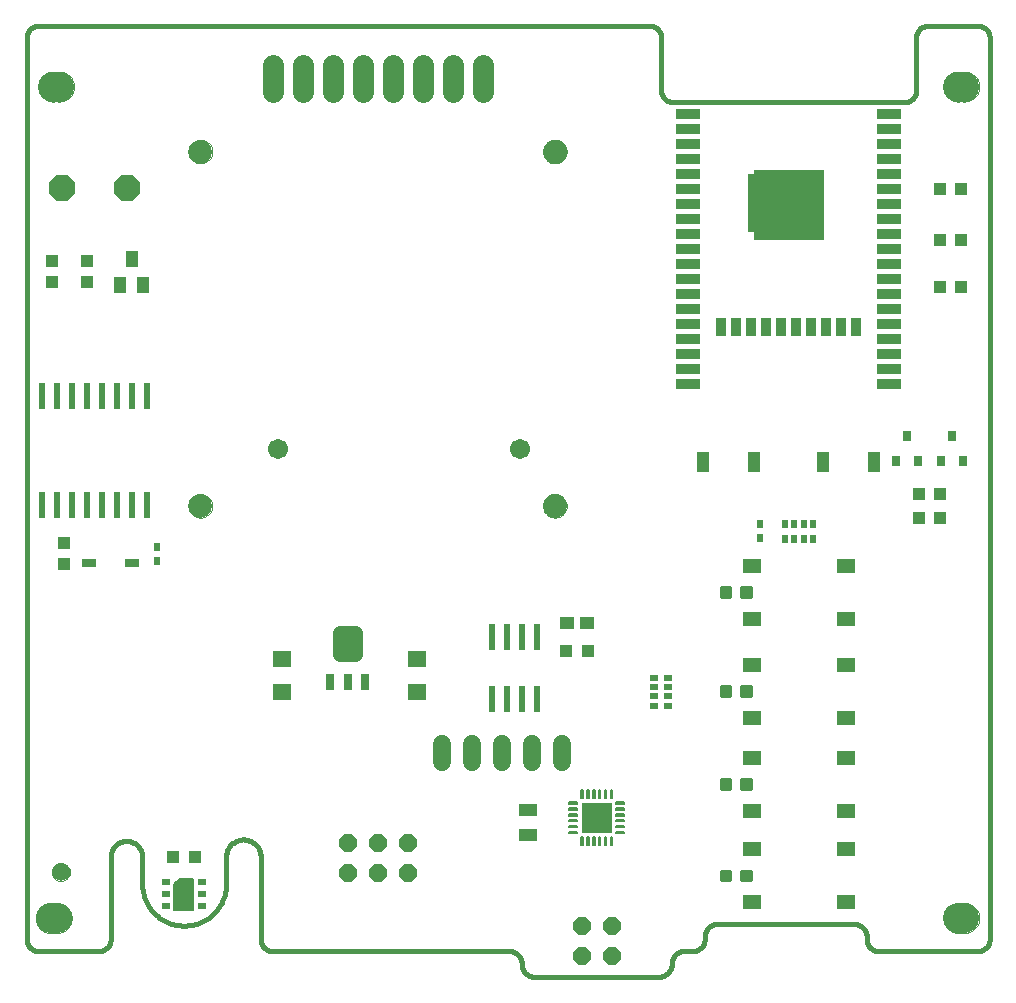
<source format=gts>
G75*
G70*
%OFA0B0*%
%FSLAX24Y24*%
%IPPOS*%
%LPD*%
%AMOC8*
5,1,8,0,0,1.08239X$1,22.5*
%
%ADD10C,0.0000*%
%ADD11C,0.1000*%
%ADD12C,0.0600*%
%ADD13C,0.0160*%
%ADD14R,0.0591X0.0354*%
%ADD15R,0.0354X0.0591*%
%ADD16R,0.2362X0.2362*%
%ADD17C,0.0118*%
%ADD18R,0.0610X0.0512*%
%ADD19R,0.0787X0.0354*%
%ADD20R,0.1969X0.1969*%
%ADD21C,0.0055*%
%ADD22R,0.0984X0.0984*%
%ADD23R,0.0630X0.0433*%
%ADD24R,0.0315X0.0354*%
%ADD25R,0.0394X0.0433*%
%ADD26R,0.0236X0.0866*%
%ADD27R,0.0472X0.0276*%
%ADD28R,0.0433X0.0394*%
%ADD29R,0.0197X0.0276*%
%ADD30C,0.0675*%
%ADD31C,0.0600*%
%ADD32R,0.0400X0.0700*%
%ADD33R,0.0315X0.0197*%
%ADD34R,0.0079X0.0079*%
%ADD35C,0.0050*%
%ADD36R,0.0256X0.0197*%
%ADD37R,0.0197X0.0256*%
%ADD38C,0.0787*%
%ADD39C,0.0700*%
%ADD40R,0.0240X0.0870*%
%ADD41R,0.0394X0.0551*%
%ADD42OC8,0.0850*%
%ADD43R,0.0453X0.0433*%
%ADD44R,0.0630X0.0551*%
%ADD45OC8,0.0600*%
%ADD46R,0.0315X0.0551*%
%ADD47C,0.0500*%
D10*
X001696Y002796D02*
X001698Y002840D01*
X001704Y002884D01*
X001714Y002927D01*
X001727Y002969D01*
X001744Y003010D01*
X001765Y003049D01*
X001789Y003086D01*
X001816Y003121D01*
X001846Y003153D01*
X001879Y003183D01*
X001915Y003209D01*
X001952Y003233D01*
X001992Y003252D01*
X002033Y003269D01*
X002076Y003281D01*
X002119Y003290D01*
X002163Y003295D01*
X002207Y003296D01*
X002251Y003293D01*
X002295Y003286D01*
X002338Y003275D01*
X002380Y003261D01*
X002420Y003243D01*
X002459Y003221D01*
X002495Y003197D01*
X002529Y003169D01*
X002561Y003138D01*
X002590Y003104D01*
X002616Y003068D01*
X002638Y003030D01*
X002657Y002990D01*
X002672Y002948D01*
X002684Y002906D01*
X002692Y002862D01*
X002696Y002818D01*
X002696Y002774D01*
X002692Y002730D01*
X002684Y002686D01*
X002672Y002644D01*
X002657Y002602D01*
X002638Y002562D01*
X002616Y002524D01*
X002590Y002488D01*
X002561Y002454D01*
X002529Y002423D01*
X002495Y002395D01*
X002459Y002371D01*
X002420Y002349D01*
X002380Y002331D01*
X002338Y002317D01*
X002295Y002306D01*
X002251Y002299D01*
X002207Y002296D01*
X002163Y002297D01*
X002119Y002302D01*
X002076Y002311D01*
X002033Y002323D01*
X001992Y002340D01*
X001952Y002359D01*
X001915Y002383D01*
X001879Y002409D01*
X001846Y002439D01*
X001816Y002471D01*
X001789Y002506D01*
X001765Y002543D01*
X001744Y002582D01*
X001727Y002623D01*
X001714Y002665D01*
X001704Y002708D01*
X001698Y002752D01*
X001696Y002796D01*
X001896Y002796D02*
X001898Y002840D01*
X001904Y002884D01*
X001914Y002927D01*
X001927Y002969D01*
X001944Y003010D01*
X001965Y003049D01*
X001989Y003086D01*
X002016Y003121D01*
X002046Y003153D01*
X002079Y003183D01*
X002115Y003209D01*
X002152Y003233D01*
X002192Y003252D01*
X002233Y003269D01*
X002276Y003281D01*
X002319Y003290D01*
X002363Y003295D01*
X002407Y003296D01*
X002451Y003293D01*
X002495Y003286D01*
X002538Y003275D01*
X002580Y003261D01*
X002620Y003243D01*
X002659Y003221D01*
X002695Y003197D01*
X002729Y003169D01*
X002761Y003138D01*
X002790Y003104D01*
X002816Y003068D01*
X002838Y003030D01*
X002857Y002990D01*
X002872Y002948D01*
X002884Y002906D01*
X002892Y002862D01*
X002896Y002818D01*
X002896Y002774D01*
X002892Y002730D01*
X002884Y002686D01*
X002872Y002644D01*
X002857Y002602D01*
X002838Y002562D01*
X002816Y002524D01*
X002790Y002488D01*
X002761Y002454D01*
X002729Y002423D01*
X002695Y002395D01*
X002659Y002371D01*
X002620Y002349D01*
X002580Y002331D01*
X002538Y002317D01*
X002495Y002306D01*
X002451Y002299D01*
X002407Y002296D01*
X002363Y002297D01*
X002319Y002302D01*
X002276Y002311D01*
X002233Y002323D01*
X002192Y002340D01*
X002152Y002359D01*
X002115Y002383D01*
X002079Y002409D01*
X002046Y002439D01*
X002016Y002471D01*
X001989Y002506D01*
X001965Y002543D01*
X001944Y002582D01*
X001927Y002623D01*
X001914Y002665D01*
X001904Y002708D01*
X001898Y002752D01*
X001896Y002796D01*
X002232Y004331D02*
X002234Y004365D01*
X002240Y004399D01*
X002249Y004432D01*
X002263Y004463D01*
X002280Y004493D01*
X002300Y004521D01*
X002323Y004546D01*
X002349Y004569D01*
X002377Y004588D01*
X002407Y004604D01*
X002439Y004616D01*
X002472Y004625D01*
X002506Y004630D01*
X002541Y004631D01*
X002575Y004628D01*
X002608Y004621D01*
X002641Y004611D01*
X002672Y004596D01*
X002701Y004579D01*
X002728Y004558D01*
X002753Y004534D01*
X002775Y004507D01*
X002793Y004479D01*
X002808Y004448D01*
X002820Y004416D01*
X002828Y004382D01*
X002832Y004348D01*
X002832Y004314D01*
X002828Y004280D01*
X002820Y004246D01*
X002808Y004214D01*
X002793Y004183D01*
X002775Y004155D01*
X002753Y004128D01*
X002728Y004104D01*
X002701Y004083D01*
X002672Y004066D01*
X002641Y004051D01*
X002608Y004041D01*
X002575Y004034D01*
X002541Y004031D01*
X002506Y004032D01*
X002472Y004037D01*
X002439Y004046D01*
X002407Y004058D01*
X002377Y004074D01*
X002349Y004093D01*
X002323Y004116D01*
X002300Y004141D01*
X002280Y004169D01*
X002263Y004199D01*
X002249Y004230D01*
X002240Y004263D01*
X002234Y004297D01*
X002232Y004331D01*
X006792Y016535D02*
X006794Y016574D01*
X006800Y016613D01*
X006810Y016651D01*
X006823Y016688D01*
X006840Y016723D01*
X006860Y016757D01*
X006884Y016788D01*
X006911Y016817D01*
X006940Y016843D01*
X006972Y016866D01*
X007006Y016886D01*
X007042Y016902D01*
X007079Y016914D01*
X007118Y016923D01*
X007157Y016928D01*
X007196Y016929D01*
X007235Y016926D01*
X007274Y016919D01*
X007311Y016908D01*
X007348Y016894D01*
X007383Y016876D01*
X007416Y016855D01*
X007447Y016830D01*
X007475Y016803D01*
X007500Y016773D01*
X007522Y016740D01*
X007541Y016706D01*
X007556Y016670D01*
X007568Y016632D01*
X007576Y016594D01*
X007580Y016555D01*
X007580Y016515D01*
X007576Y016476D01*
X007568Y016438D01*
X007556Y016400D01*
X007541Y016364D01*
X007522Y016330D01*
X007500Y016297D01*
X007475Y016267D01*
X007447Y016240D01*
X007416Y016215D01*
X007383Y016194D01*
X007348Y016176D01*
X007311Y016162D01*
X007274Y016151D01*
X007235Y016144D01*
X007196Y016141D01*
X007157Y016142D01*
X007118Y016147D01*
X007079Y016156D01*
X007042Y016168D01*
X007006Y016184D01*
X006972Y016204D01*
X006940Y016227D01*
X006911Y016253D01*
X006884Y016282D01*
X006860Y016313D01*
X006840Y016347D01*
X006823Y016382D01*
X006810Y016419D01*
X006800Y016457D01*
X006794Y016496D01*
X006792Y016535D01*
X006792Y028346D02*
X006794Y028385D01*
X006800Y028424D01*
X006810Y028462D01*
X006823Y028499D01*
X006840Y028534D01*
X006860Y028568D01*
X006884Y028599D01*
X006911Y028628D01*
X006940Y028654D01*
X006972Y028677D01*
X007006Y028697D01*
X007042Y028713D01*
X007079Y028725D01*
X007118Y028734D01*
X007157Y028739D01*
X007196Y028740D01*
X007235Y028737D01*
X007274Y028730D01*
X007311Y028719D01*
X007348Y028705D01*
X007383Y028687D01*
X007416Y028666D01*
X007447Y028641D01*
X007475Y028614D01*
X007500Y028584D01*
X007522Y028551D01*
X007541Y028517D01*
X007556Y028481D01*
X007568Y028443D01*
X007576Y028405D01*
X007580Y028366D01*
X007580Y028326D01*
X007576Y028287D01*
X007568Y028249D01*
X007556Y028211D01*
X007541Y028175D01*
X007522Y028141D01*
X007500Y028108D01*
X007475Y028078D01*
X007447Y028051D01*
X007416Y028026D01*
X007383Y028005D01*
X007348Y027987D01*
X007311Y027973D01*
X007274Y027962D01*
X007235Y027955D01*
X007196Y027952D01*
X007157Y027953D01*
X007118Y027958D01*
X007079Y027967D01*
X007042Y027979D01*
X007006Y027995D01*
X006972Y028015D01*
X006940Y028038D01*
X006911Y028064D01*
X006884Y028093D01*
X006860Y028124D01*
X006840Y028158D01*
X006823Y028193D01*
X006810Y028230D01*
X006800Y028268D01*
X006794Y028307D01*
X006792Y028346D01*
X001974Y030512D02*
X001976Y030556D01*
X001982Y030600D01*
X001992Y030643D01*
X002005Y030685D01*
X002022Y030726D01*
X002043Y030765D01*
X002067Y030802D01*
X002094Y030837D01*
X002124Y030869D01*
X002157Y030899D01*
X002193Y030925D01*
X002230Y030949D01*
X002270Y030968D01*
X002311Y030985D01*
X002354Y030997D01*
X002397Y031006D01*
X002441Y031011D01*
X002485Y031012D01*
X002529Y031009D01*
X002573Y031002D01*
X002616Y030991D01*
X002658Y030977D01*
X002698Y030959D01*
X002737Y030937D01*
X002773Y030913D01*
X002807Y030885D01*
X002839Y030854D01*
X002868Y030820D01*
X002894Y030784D01*
X002916Y030746D01*
X002935Y030706D01*
X002950Y030664D01*
X002962Y030622D01*
X002970Y030578D01*
X002974Y030534D01*
X002974Y030490D01*
X002970Y030446D01*
X002962Y030402D01*
X002950Y030360D01*
X002935Y030318D01*
X002916Y030278D01*
X002894Y030240D01*
X002868Y030204D01*
X002839Y030170D01*
X002807Y030139D01*
X002773Y030111D01*
X002737Y030087D01*
X002698Y030065D01*
X002658Y030047D01*
X002616Y030033D01*
X002573Y030022D01*
X002529Y030015D01*
X002485Y030012D01*
X002441Y030013D01*
X002397Y030018D01*
X002354Y030027D01*
X002311Y030039D01*
X002270Y030056D01*
X002230Y030075D01*
X002193Y030099D01*
X002157Y030125D01*
X002124Y030155D01*
X002094Y030187D01*
X002067Y030222D01*
X002043Y030259D01*
X002022Y030298D01*
X002005Y030339D01*
X001992Y030381D01*
X001982Y030424D01*
X001976Y030468D01*
X001974Y030512D01*
X001774Y030512D02*
X001776Y030556D01*
X001782Y030600D01*
X001792Y030643D01*
X001805Y030685D01*
X001822Y030726D01*
X001843Y030765D01*
X001867Y030802D01*
X001894Y030837D01*
X001924Y030869D01*
X001957Y030899D01*
X001993Y030925D01*
X002030Y030949D01*
X002070Y030968D01*
X002111Y030985D01*
X002154Y030997D01*
X002197Y031006D01*
X002241Y031011D01*
X002285Y031012D01*
X002329Y031009D01*
X002373Y031002D01*
X002416Y030991D01*
X002458Y030977D01*
X002498Y030959D01*
X002537Y030937D01*
X002573Y030913D01*
X002607Y030885D01*
X002639Y030854D01*
X002668Y030820D01*
X002694Y030784D01*
X002716Y030746D01*
X002735Y030706D01*
X002750Y030664D01*
X002762Y030622D01*
X002770Y030578D01*
X002774Y030534D01*
X002774Y030490D01*
X002770Y030446D01*
X002762Y030402D01*
X002750Y030360D01*
X002735Y030318D01*
X002716Y030278D01*
X002694Y030240D01*
X002668Y030204D01*
X002639Y030170D01*
X002607Y030139D01*
X002573Y030111D01*
X002537Y030087D01*
X002498Y030065D01*
X002458Y030047D01*
X002416Y030033D01*
X002373Y030022D01*
X002329Y030015D01*
X002285Y030012D01*
X002241Y030013D01*
X002197Y030018D01*
X002154Y030027D01*
X002111Y030039D01*
X002070Y030056D01*
X002030Y030075D01*
X001993Y030099D01*
X001957Y030125D01*
X001924Y030155D01*
X001894Y030187D01*
X001867Y030222D01*
X001843Y030259D01*
X001822Y030298D01*
X001805Y030339D01*
X001792Y030381D01*
X001782Y030424D01*
X001776Y030468D01*
X001774Y030512D01*
X018603Y028346D02*
X018605Y028385D01*
X018611Y028424D01*
X018621Y028462D01*
X018634Y028499D01*
X018651Y028534D01*
X018671Y028568D01*
X018695Y028599D01*
X018722Y028628D01*
X018751Y028654D01*
X018783Y028677D01*
X018817Y028697D01*
X018853Y028713D01*
X018890Y028725D01*
X018929Y028734D01*
X018968Y028739D01*
X019007Y028740D01*
X019046Y028737D01*
X019085Y028730D01*
X019122Y028719D01*
X019159Y028705D01*
X019194Y028687D01*
X019227Y028666D01*
X019258Y028641D01*
X019286Y028614D01*
X019311Y028584D01*
X019333Y028551D01*
X019352Y028517D01*
X019367Y028481D01*
X019379Y028443D01*
X019387Y028405D01*
X019391Y028366D01*
X019391Y028326D01*
X019387Y028287D01*
X019379Y028249D01*
X019367Y028211D01*
X019352Y028175D01*
X019333Y028141D01*
X019311Y028108D01*
X019286Y028078D01*
X019258Y028051D01*
X019227Y028026D01*
X019194Y028005D01*
X019159Y027987D01*
X019122Y027973D01*
X019085Y027962D01*
X019046Y027955D01*
X019007Y027952D01*
X018968Y027953D01*
X018929Y027958D01*
X018890Y027967D01*
X018853Y027979D01*
X018817Y027995D01*
X018783Y028015D01*
X018751Y028038D01*
X018722Y028064D01*
X018695Y028093D01*
X018671Y028124D01*
X018651Y028158D01*
X018634Y028193D01*
X018621Y028230D01*
X018611Y028268D01*
X018605Y028307D01*
X018603Y028346D01*
X018603Y016535D02*
X018605Y016574D01*
X018611Y016613D01*
X018621Y016651D01*
X018634Y016688D01*
X018651Y016723D01*
X018671Y016757D01*
X018695Y016788D01*
X018722Y016817D01*
X018751Y016843D01*
X018783Y016866D01*
X018817Y016886D01*
X018853Y016902D01*
X018890Y016914D01*
X018929Y016923D01*
X018968Y016928D01*
X019007Y016929D01*
X019046Y016926D01*
X019085Y016919D01*
X019122Y016908D01*
X019159Y016894D01*
X019194Y016876D01*
X019227Y016855D01*
X019258Y016830D01*
X019286Y016803D01*
X019311Y016773D01*
X019333Y016740D01*
X019352Y016706D01*
X019367Y016670D01*
X019379Y016632D01*
X019387Y016594D01*
X019391Y016555D01*
X019391Y016515D01*
X019387Y016476D01*
X019379Y016438D01*
X019367Y016400D01*
X019352Y016364D01*
X019333Y016330D01*
X019311Y016297D01*
X019286Y016267D01*
X019258Y016240D01*
X019227Y016215D01*
X019194Y016194D01*
X019159Y016176D01*
X019122Y016162D01*
X019085Y016151D01*
X019046Y016144D01*
X019007Y016141D01*
X018968Y016142D01*
X018929Y016147D01*
X018890Y016156D01*
X018853Y016168D01*
X018817Y016184D01*
X018783Y016204D01*
X018751Y016227D01*
X018722Y016253D01*
X018695Y016282D01*
X018671Y016313D01*
X018651Y016347D01*
X018634Y016382D01*
X018621Y016419D01*
X018611Y016457D01*
X018605Y016496D01*
X018603Y016535D01*
X031953Y002796D02*
X031955Y002840D01*
X031961Y002884D01*
X031971Y002927D01*
X031984Y002969D01*
X032001Y003010D01*
X032022Y003049D01*
X032046Y003086D01*
X032073Y003121D01*
X032103Y003153D01*
X032136Y003183D01*
X032172Y003209D01*
X032209Y003233D01*
X032249Y003252D01*
X032290Y003269D01*
X032333Y003281D01*
X032376Y003290D01*
X032420Y003295D01*
X032464Y003296D01*
X032508Y003293D01*
X032552Y003286D01*
X032595Y003275D01*
X032637Y003261D01*
X032677Y003243D01*
X032716Y003221D01*
X032752Y003197D01*
X032786Y003169D01*
X032818Y003138D01*
X032847Y003104D01*
X032873Y003068D01*
X032895Y003030D01*
X032914Y002990D01*
X032929Y002948D01*
X032941Y002906D01*
X032949Y002862D01*
X032953Y002818D01*
X032953Y002774D01*
X032949Y002730D01*
X032941Y002686D01*
X032929Y002644D01*
X032914Y002602D01*
X032895Y002562D01*
X032873Y002524D01*
X032847Y002488D01*
X032818Y002454D01*
X032786Y002423D01*
X032752Y002395D01*
X032716Y002371D01*
X032677Y002349D01*
X032637Y002331D01*
X032595Y002317D01*
X032552Y002306D01*
X032508Y002299D01*
X032464Y002296D01*
X032420Y002297D01*
X032376Y002302D01*
X032333Y002311D01*
X032290Y002323D01*
X032249Y002340D01*
X032209Y002359D01*
X032172Y002383D01*
X032136Y002409D01*
X032103Y002439D01*
X032073Y002471D01*
X032046Y002506D01*
X032022Y002543D01*
X032001Y002582D01*
X031984Y002623D01*
X031971Y002665D01*
X031961Y002708D01*
X031955Y002752D01*
X031953Y002796D01*
X032153Y002796D02*
X032155Y002840D01*
X032161Y002884D01*
X032171Y002927D01*
X032184Y002969D01*
X032201Y003010D01*
X032222Y003049D01*
X032246Y003086D01*
X032273Y003121D01*
X032303Y003153D01*
X032336Y003183D01*
X032372Y003209D01*
X032409Y003233D01*
X032449Y003252D01*
X032490Y003269D01*
X032533Y003281D01*
X032576Y003290D01*
X032620Y003295D01*
X032664Y003296D01*
X032708Y003293D01*
X032752Y003286D01*
X032795Y003275D01*
X032837Y003261D01*
X032877Y003243D01*
X032916Y003221D01*
X032952Y003197D01*
X032986Y003169D01*
X033018Y003138D01*
X033047Y003104D01*
X033073Y003068D01*
X033095Y003030D01*
X033114Y002990D01*
X033129Y002948D01*
X033141Y002906D01*
X033149Y002862D01*
X033153Y002818D01*
X033153Y002774D01*
X033149Y002730D01*
X033141Y002686D01*
X033129Y002644D01*
X033114Y002602D01*
X033095Y002562D01*
X033073Y002524D01*
X033047Y002488D01*
X033018Y002454D01*
X032986Y002423D01*
X032952Y002395D01*
X032916Y002371D01*
X032877Y002349D01*
X032837Y002331D01*
X032795Y002317D01*
X032752Y002306D01*
X032708Y002299D01*
X032664Y002296D01*
X032620Y002297D01*
X032576Y002302D01*
X032533Y002311D01*
X032490Y002323D01*
X032449Y002340D01*
X032409Y002359D01*
X032372Y002383D01*
X032336Y002409D01*
X032303Y002439D01*
X032273Y002471D01*
X032246Y002506D01*
X032222Y002543D01*
X032201Y002582D01*
X032184Y002623D01*
X032171Y002665D01*
X032161Y002708D01*
X032155Y002752D01*
X032153Y002796D01*
X031953Y030512D02*
X031955Y030556D01*
X031961Y030600D01*
X031971Y030643D01*
X031984Y030685D01*
X032001Y030726D01*
X032022Y030765D01*
X032046Y030802D01*
X032073Y030837D01*
X032103Y030869D01*
X032136Y030899D01*
X032172Y030925D01*
X032209Y030949D01*
X032249Y030968D01*
X032290Y030985D01*
X032333Y030997D01*
X032376Y031006D01*
X032420Y031011D01*
X032464Y031012D01*
X032508Y031009D01*
X032552Y031002D01*
X032595Y030991D01*
X032637Y030977D01*
X032677Y030959D01*
X032716Y030937D01*
X032752Y030913D01*
X032786Y030885D01*
X032818Y030854D01*
X032847Y030820D01*
X032873Y030784D01*
X032895Y030746D01*
X032914Y030706D01*
X032929Y030664D01*
X032941Y030622D01*
X032949Y030578D01*
X032953Y030534D01*
X032953Y030490D01*
X032949Y030446D01*
X032941Y030402D01*
X032929Y030360D01*
X032914Y030318D01*
X032895Y030278D01*
X032873Y030240D01*
X032847Y030204D01*
X032818Y030170D01*
X032786Y030139D01*
X032752Y030111D01*
X032716Y030087D01*
X032677Y030065D01*
X032637Y030047D01*
X032595Y030033D01*
X032552Y030022D01*
X032508Y030015D01*
X032464Y030012D01*
X032420Y030013D01*
X032376Y030018D01*
X032333Y030027D01*
X032290Y030039D01*
X032249Y030056D01*
X032209Y030075D01*
X032172Y030099D01*
X032136Y030125D01*
X032103Y030155D01*
X032073Y030187D01*
X032046Y030222D01*
X032022Y030259D01*
X032001Y030298D01*
X031984Y030339D01*
X031971Y030381D01*
X031961Y030424D01*
X031955Y030468D01*
X031953Y030512D01*
X032153Y030512D02*
X032155Y030556D01*
X032161Y030600D01*
X032171Y030643D01*
X032184Y030685D01*
X032201Y030726D01*
X032222Y030765D01*
X032246Y030802D01*
X032273Y030837D01*
X032303Y030869D01*
X032336Y030899D01*
X032372Y030925D01*
X032409Y030949D01*
X032449Y030968D01*
X032490Y030985D01*
X032533Y030997D01*
X032576Y031006D01*
X032620Y031011D01*
X032664Y031012D01*
X032708Y031009D01*
X032752Y031002D01*
X032795Y030991D01*
X032837Y030977D01*
X032877Y030959D01*
X032916Y030937D01*
X032952Y030913D01*
X032986Y030885D01*
X033018Y030854D01*
X033047Y030820D01*
X033073Y030784D01*
X033095Y030746D01*
X033114Y030706D01*
X033129Y030664D01*
X033141Y030622D01*
X033149Y030578D01*
X033153Y030534D01*
X033153Y030490D01*
X033149Y030446D01*
X033141Y030402D01*
X033129Y030360D01*
X033114Y030318D01*
X033095Y030278D01*
X033073Y030240D01*
X033047Y030204D01*
X033018Y030170D01*
X032986Y030139D01*
X032952Y030111D01*
X032916Y030087D01*
X032877Y030065D01*
X032837Y030047D01*
X032795Y030033D01*
X032752Y030022D01*
X032708Y030015D01*
X032664Y030012D01*
X032620Y030013D01*
X032576Y030018D01*
X032533Y030027D01*
X032490Y030039D01*
X032449Y030056D01*
X032409Y030075D01*
X032372Y030099D01*
X032336Y030125D01*
X032303Y030155D01*
X032273Y030187D01*
X032246Y030222D01*
X032222Y030259D01*
X032201Y030298D01*
X032184Y030339D01*
X032171Y030381D01*
X032161Y030424D01*
X032155Y030468D01*
X032153Y030512D01*
D11*
X032453Y030512D03*
X032653Y030512D03*
X032653Y002796D03*
X032453Y002796D03*
X002474Y030512D03*
X002274Y030512D03*
X002196Y002796D03*
X002396Y002796D03*
D12*
X002532Y004331D03*
D13*
X001790Y001690D02*
X003790Y001690D01*
X003829Y001692D01*
X003868Y001698D01*
X003906Y001707D01*
X003943Y001720D01*
X003979Y001737D01*
X004012Y001757D01*
X004044Y001781D01*
X004073Y001807D01*
X004099Y001836D01*
X004123Y001868D01*
X004143Y001901D01*
X004160Y001937D01*
X004173Y001974D01*
X004182Y002012D01*
X004188Y002051D01*
X004190Y002090D01*
X004190Y004840D01*
X004192Y004885D01*
X004198Y004929D01*
X004207Y004972D01*
X004220Y005015D01*
X004237Y005056D01*
X004257Y005096D01*
X004280Y005134D01*
X004307Y005170D01*
X004336Y005203D01*
X004368Y005234D01*
X004403Y005262D01*
X004440Y005287D01*
X004479Y005309D01*
X004519Y005327D01*
X004561Y005342D01*
X004604Y005353D01*
X004648Y005361D01*
X004693Y005365D01*
X004737Y005365D01*
X004782Y005361D01*
X004826Y005353D01*
X004869Y005342D01*
X004911Y005327D01*
X004951Y005309D01*
X004990Y005287D01*
X005027Y005262D01*
X005062Y005234D01*
X005094Y005203D01*
X005123Y005170D01*
X005150Y005134D01*
X005173Y005096D01*
X005193Y005056D01*
X005210Y005015D01*
X005223Y004972D01*
X005232Y004929D01*
X005238Y004885D01*
X005240Y004840D01*
X005240Y003940D01*
X005242Y003867D01*
X005248Y003794D01*
X005257Y003721D01*
X005271Y003649D01*
X005288Y003578D01*
X005309Y003507D01*
X005333Y003438D01*
X005361Y003371D01*
X005393Y003304D01*
X005428Y003240D01*
X005466Y003178D01*
X005507Y003117D01*
X005552Y003059D01*
X005600Y003003D01*
X005650Y002950D01*
X005703Y002900D01*
X005759Y002852D01*
X005817Y002807D01*
X005878Y002766D01*
X005940Y002728D01*
X006004Y002693D01*
X006071Y002661D01*
X006138Y002633D01*
X006207Y002609D01*
X006278Y002588D01*
X006349Y002571D01*
X006421Y002557D01*
X006494Y002548D01*
X006567Y002542D01*
X006640Y002540D01*
X006713Y002542D01*
X006786Y002548D01*
X006859Y002557D01*
X006931Y002571D01*
X007002Y002588D01*
X007073Y002609D01*
X007142Y002633D01*
X007209Y002661D01*
X007276Y002693D01*
X007340Y002728D01*
X007402Y002766D01*
X007463Y002807D01*
X007521Y002852D01*
X007577Y002900D01*
X007630Y002950D01*
X007680Y003003D01*
X007728Y003059D01*
X007773Y003117D01*
X007814Y003178D01*
X007852Y003240D01*
X007887Y003304D01*
X007919Y003371D01*
X007947Y003438D01*
X007971Y003507D01*
X007992Y003578D01*
X008009Y003649D01*
X008023Y003721D01*
X008032Y003794D01*
X008038Y003867D01*
X008040Y003940D01*
X008040Y004840D01*
X008042Y004886D01*
X008047Y004932D01*
X008057Y004978D01*
X008070Y005022D01*
X008086Y005065D01*
X008106Y005107D01*
X008129Y005147D01*
X008155Y005185D01*
X008185Y005221D01*
X008217Y005255D01*
X008251Y005285D01*
X008288Y005313D01*
X008327Y005338D01*
X008369Y005359D01*
X008411Y005378D01*
X008455Y005392D01*
X008500Y005403D01*
X008546Y005411D01*
X008592Y005415D01*
X008638Y005415D01*
X008684Y005411D01*
X008730Y005403D01*
X008775Y005392D01*
X008819Y005378D01*
X008861Y005359D01*
X008903Y005338D01*
X008942Y005313D01*
X008979Y005285D01*
X009013Y005255D01*
X009045Y005221D01*
X009075Y005185D01*
X009101Y005147D01*
X009124Y005107D01*
X009144Y005065D01*
X009160Y005022D01*
X009173Y004978D01*
X009183Y004932D01*
X009188Y004886D01*
X009190Y004840D01*
X009190Y002090D01*
X009192Y002051D01*
X009198Y002012D01*
X009207Y001974D01*
X009220Y001937D01*
X009237Y001901D01*
X009257Y001868D01*
X009281Y001836D01*
X009307Y001807D01*
X009336Y001781D01*
X009368Y001757D01*
X009401Y001737D01*
X009437Y001720D01*
X009474Y001707D01*
X009512Y001698D01*
X009551Y001692D01*
X009590Y001690D01*
X017490Y001690D01*
X017529Y001688D01*
X017568Y001682D01*
X017606Y001673D01*
X017643Y001660D01*
X017679Y001643D01*
X017712Y001623D01*
X017744Y001599D01*
X017773Y001573D01*
X017799Y001544D01*
X017823Y001512D01*
X017843Y001479D01*
X017860Y001443D01*
X017873Y001406D01*
X017882Y001368D01*
X017888Y001329D01*
X017890Y001290D01*
X017889Y001251D01*
X017892Y001211D01*
X017899Y001173D01*
X017909Y001135D01*
X017923Y001098D01*
X017940Y001062D01*
X017961Y001029D01*
X017984Y000997D01*
X018010Y000968D01*
X018039Y000941D01*
X018070Y000917D01*
X018103Y000895D01*
X018138Y000877D01*
X018175Y000863D01*
X018212Y000852D01*
X018251Y000844D01*
X018290Y000840D01*
X022490Y000840D01*
X022529Y000844D01*
X022568Y000852D01*
X022605Y000863D01*
X022642Y000877D01*
X022677Y000895D01*
X022710Y000917D01*
X022741Y000941D01*
X022770Y000968D01*
X022796Y000997D01*
X022819Y001029D01*
X022840Y001062D01*
X022857Y001098D01*
X022871Y001135D01*
X022881Y001173D01*
X022888Y001211D01*
X022891Y001251D01*
X022890Y001290D01*
X022892Y001329D01*
X022898Y001368D01*
X022907Y001406D01*
X022920Y001443D01*
X022937Y001479D01*
X022957Y001512D01*
X022981Y001544D01*
X023007Y001573D01*
X023036Y001599D01*
X023068Y001623D01*
X023101Y001643D01*
X023137Y001660D01*
X023174Y001673D01*
X023212Y001682D01*
X023251Y001688D01*
X023290Y001690D01*
X023590Y001690D01*
X023629Y001692D01*
X023668Y001698D01*
X023706Y001707D01*
X023743Y001720D01*
X023779Y001737D01*
X023812Y001757D01*
X023844Y001781D01*
X023873Y001807D01*
X023899Y001836D01*
X023923Y001868D01*
X023943Y001901D01*
X023960Y001937D01*
X023973Y001974D01*
X023982Y002012D01*
X023988Y002051D01*
X023990Y002090D01*
X023990Y002190D01*
X023992Y002229D01*
X023998Y002268D01*
X024007Y002306D01*
X024020Y002343D01*
X024037Y002379D01*
X024057Y002412D01*
X024081Y002444D01*
X024107Y002473D01*
X024136Y002499D01*
X024168Y002523D01*
X024201Y002543D01*
X024237Y002560D01*
X024274Y002573D01*
X024312Y002582D01*
X024351Y002588D01*
X024390Y002590D01*
X028990Y002590D01*
X029029Y002588D01*
X029068Y002582D01*
X029106Y002573D01*
X029143Y002560D01*
X029179Y002543D01*
X029212Y002523D01*
X029244Y002499D01*
X029273Y002473D01*
X029299Y002444D01*
X029323Y002412D01*
X029343Y002379D01*
X029360Y002343D01*
X029373Y002306D01*
X029382Y002268D01*
X029388Y002229D01*
X029390Y002190D01*
X029390Y002090D01*
X029392Y002051D01*
X029398Y002012D01*
X029407Y001974D01*
X029420Y001937D01*
X029437Y001901D01*
X029457Y001868D01*
X029481Y001836D01*
X029507Y001807D01*
X029536Y001781D01*
X029568Y001757D01*
X029601Y001737D01*
X029637Y001720D01*
X029674Y001707D01*
X029712Y001698D01*
X029751Y001692D01*
X029790Y001690D01*
X033090Y001690D01*
X033129Y001692D01*
X033168Y001698D01*
X033206Y001707D01*
X033243Y001720D01*
X033279Y001737D01*
X033312Y001757D01*
X033344Y001781D01*
X033373Y001807D01*
X033399Y001836D01*
X033423Y001868D01*
X033443Y001901D01*
X033460Y001937D01*
X033473Y001974D01*
X033482Y002012D01*
X033488Y002051D01*
X033490Y002090D01*
X033490Y032140D01*
X033488Y032179D01*
X033482Y032218D01*
X033473Y032256D01*
X033460Y032293D01*
X033443Y032329D01*
X033423Y032362D01*
X033399Y032394D01*
X033373Y032423D01*
X033344Y032449D01*
X033312Y032473D01*
X033279Y032493D01*
X033243Y032510D01*
X033206Y032523D01*
X033168Y032532D01*
X033129Y032538D01*
X033090Y032540D01*
X031440Y032540D01*
X031401Y032538D01*
X031362Y032532D01*
X031324Y032523D01*
X031287Y032510D01*
X031251Y032493D01*
X031218Y032473D01*
X031186Y032449D01*
X031157Y032423D01*
X031131Y032394D01*
X031107Y032362D01*
X031087Y032329D01*
X031070Y032293D01*
X031057Y032256D01*
X031048Y032218D01*
X031042Y032179D01*
X031040Y032140D01*
X031040Y030390D01*
X031038Y030351D01*
X031032Y030312D01*
X031023Y030274D01*
X031010Y030237D01*
X030993Y030201D01*
X030973Y030168D01*
X030949Y030136D01*
X030923Y030107D01*
X030894Y030081D01*
X030862Y030057D01*
X030829Y030037D01*
X030793Y030020D01*
X030756Y030007D01*
X030718Y029998D01*
X030679Y029992D01*
X030640Y029990D01*
X022940Y029990D01*
X022901Y029992D01*
X022862Y029998D01*
X022824Y030007D01*
X022787Y030020D01*
X022751Y030037D01*
X022718Y030057D01*
X022686Y030081D01*
X022657Y030107D01*
X022631Y030136D01*
X022607Y030168D01*
X022587Y030201D01*
X022570Y030237D01*
X022557Y030274D01*
X022548Y030312D01*
X022542Y030351D01*
X022540Y030390D01*
X022540Y032140D01*
X022538Y032179D01*
X022532Y032218D01*
X022523Y032256D01*
X022510Y032293D01*
X022493Y032329D01*
X022473Y032362D01*
X022449Y032394D01*
X022423Y032423D01*
X022394Y032449D01*
X022362Y032473D01*
X022329Y032493D01*
X022293Y032510D01*
X022256Y032523D01*
X022218Y032532D01*
X022179Y032538D01*
X022140Y032540D01*
X001790Y032540D01*
X001751Y032538D01*
X001712Y032532D01*
X001674Y032523D01*
X001637Y032510D01*
X001601Y032493D01*
X001568Y032473D01*
X001536Y032449D01*
X001507Y032423D01*
X001481Y032394D01*
X001457Y032362D01*
X001437Y032329D01*
X001420Y032293D01*
X001407Y032256D01*
X001398Y032218D01*
X001392Y032179D01*
X001390Y032140D01*
X001390Y002090D01*
X001392Y002051D01*
X001398Y002012D01*
X001407Y001974D01*
X001420Y001937D01*
X001437Y001901D01*
X001457Y001868D01*
X001481Y001836D01*
X001507Y001807D01*
X001536Y001781D01*
X001568Y001757D01*
X001601Y001737D01*
X001637Y001720D01*
X001674Y001707D01*
X001712Y001698D01*
X001751Y001692D01*
X001790Y001690D01*
D14*
X023547Y023091D03*
X023547Y023591D03*
X023547Y024091D03*
X023547Y024591D03*
X023547Y025091D03*
X023547Y025591D03*
X023547Y026091D03*
X023547Y026591D03*
X023547Y027091D03*
X023547Y027591D03*
X023547Y028091D03*
X023547Y028591D03*
X023547Y029091D03*
X023547Y029591D03*
X030033Y029591D03*
X030033Y029091D03*
X030033Y028591D03*
X030033Y028091D03*
X030033Y027591D03*
X030033Y027091D03*
X030033Y026591D03*
X030033Y026091D03*
X030033Y025591D03*
X030033Y025091D03*
X030033Y024591D03*
X030033Y024091D03*
X030033Y023591D03*
X030033Y023091D03*
D15*
X029040Y022505D03*
X028540Y022505D03*
X028040Y022505D03*
X027540Y022505D03*
X027040Y022505D03*
X026540Y022505D03*
X026040Y022505D03*
X025540Y022505D03*
X025040Y022505D03*
X024540Y022505D03*
D16*
X026790Y026560D03*
D17*
X025247Y013782D02*
X025247Y013506D01*
X025247Y013782D02*
X025523Y013782D01*
X025523Y013506D01*
X025247Y013506D01*
X025247Y013623D02*
X025523Y013623D01*
X025523Y013740D02*
X025247Y013740D01*
X024557Y013782D02*
X024557Y013506D01*
X024557Y013782D02*
X024833Y013782D01*
X024833Y013506D01*
X024557Y013506D01*
X024557Y013623D02*
X024833Y013623D01*
X024833Y013740D02*
X024557Y013740D01*
X024557Y010483D02*
X024557Y010207D01*
X024557Y010483D02*
X024833Y010483D01*
X024833Y010207D01*
X024557Y010207D01*
X024557Y010324D02*
X024833Y010324D01*
X024833Y010441D02*
X024557Y010441D01*
X025247Y010483D02*
X025247Y010207D01*
X025247Y010483D02*
X025523Y010483D01*
X025523Y010207D01*
X025247Y010207D01*
X025247Y010324D02*
X025523Y010324D01*
X025523Y010441D02*
X025247Y010441D01*
X025247Y007389D02*
X025247Y007113D01*
X025247Y007389D02*
X025523Y007389D01*
X025523Y007113D01*
X025247Y007113D01*
X025247Y007230D02*
X025523Y007230D01*
X025523Y007347D02*
X025247Y007347D01*
X024557Y007389D02*
X024557Y007113D01*
X024557Y007389D02*
X024833Y007389D01*
X024833Y007113D01*
X024557Y007113D01*
X024557Y007230D02*
X024833Y007230D01*
X024833Y007347D02*
X024557Y007347D01*
X024557Y004346D02*
X024557Y004070D01*
X024557Y004346D02*
X024833Y004346D01*
X024833Y004070D01*
X024557Y004070D01*
X024557Y004187D02*
X024833Y004187D01*
X024833Y004304D02*
X024557Y004304D01*
X025247Y004346D02*
X025247Y004070D01*
X025247Y004346D02*
X025523Y004346D01*
X025523Y004070D01*
X025247Y004070D01*
X025247Y004187D02*
X025523Y004187D01*
X025523Y004304D02*
X025247Y004304D01*
D18*
X025564Y005094D03*
X025564Y006366D03*
X025564Y008137D03*
X025564Y009459D03*
X025564Y011231D03*
X025564Y012759D03*
X025564Y014530D03*
X028694Y014530D03*
X028694Y012759D03*
X028694Y011231D03*
X028694Y009459D03*
X028694Y008137D03*
X028694Y006366D03*
X028694Y005094D03*
X028694Y003322D03*
X025564Y003322D03*
D19*
X023444Y020592D03*
X023444Y021092D03*
X023444Y021592D03*
X023444Y022092D03*
X023444Y022592D03*
X023444Y023092D03*
X023444Y023592D03*
X023444Y024092D03*
X023444Y024592D03*
X023444Y025092D03*
X023444Y025592D03*
X023444Y026092D03*
X023444Y026592D03*
X023444Y027092D03*
X023444Y027592D03*
X023444Y028092D03*
X023444Y028592D03*
X023444Y029092D03*
X023444Y029592D03*
X030136Y029592D03*
X030136Y029092D03*
X030136Y028592D03*
X030136Y028092D03*
X030136Y027592D03*
X030136Y027092D03*
X030136Y026592D03*
X030136Y026092D03*
X030136Y025592D03*
X030136Y025092D03*
X030136Y024592D03*
X030136Y024092D03*
X030136Y023592D03*
X030136Y023092D03*
X030136Y022592D03*
X030136Y022092D03*
X030136Y021592D03*
X030136Y021092D03*
X030136Y020592D03*
D20*
X026396Y026639D03*
D21*
X020854Y007057D02*
X020854Y006797D01*
X020854Y007057D02*
X020910Y007057D01*
X020910Y006797D01*
X020854Y006797D01*
X020854Y006851D02*
X020910Y006851D01*
X020910Y006905D02*
X020854Y006905D01*
X020854Y006959D02*
X020910Y006959D01*
X020910Y007013D02*
X020854Y007013D01*
X020657Y007057D02*
X020657Y006797D01*
X020657Y007057D02*
X020713Y007057D01*
X020713Y006797D01*
X020657Y006797D01*
X020657Y006851D02*
X020713Y006851D01*
X020713Y006905D02*
X020657Y006905D01*
X020657Y006959D02*
X020713Y006959D01*
X020713Y007013D02*
X020657Y007013D01*
X020460Y007057D02*
X020460Y006797D01*
X020460Y007057D02*
X020516Y007057D01*
X020516Y006797D01*
X020460Y006797D01*
X020460Y006851D02*
X020516Y006851D01*
X020516Y006905D02*
X020460Y006905D01*
X020460Y006959D02*
X020516Y006959D01*
X020516Y007013D02*
X020460Y007013D01*
X020264Y007057D02*
X020264Y006797D01*
X020264Y007057D02*
X020320Y007057D01*
X020320Y006797D01*
X020264Y006797D01*
X020264Y006851D02*
X020320Y006851D01*
X020320Y006905D02*
X020264Y006905D01*
X020264Y006959D02*
X020320Y006959D01*
X020320Y007013D02*
X020264Y007013D01*
X020067Y007057D02*
X020067Y006797D01*
X020067Y007057D02*
X020123Y007057D01*
X020123Y006797D01*
X020067Y006797D01*
X020067Y006851D02*
X020123Y006851D01*
X020123Y006905D02*
X020067Y006905D01*
X020067Y006959D02*
X020123Y006959D01*
X020123Y007013D02*
X020067Y007013D01*
X019870Y007057D02*
X019870Y006797D01*
X019870Y007057D02*
X019926Y007057D01*
X019926Y006797D01*
X019870Y006797D01*
X019870Y006851D02*
X019926Y006851D01*
X019926Y006905D02*
X019870Y006905D01*
X019870Y006959D02*
X019926Y006959D01*
X019926Y007013D02*
X019870Y007013D01*
X019733Y006660D02*
X019473Y006660D01*
X019733Y006660D02*
X019733Y006604D01*
X019473Y006604D01*
X019473Y006660D01*
X019473Y006658D02*
X019733Y006658D01*
X019733Y006463D02*
X019473Y006463D01*
X019733Y006463D02*
X019733Y006407D01*
X019473Y006407D01*
X019473Y006463D01*
X019473Y006461D02*
X019733Y006461D01*
X019733Y006266D02*
X019473Y006266D01*
X019733Y006266D02*
X019733Y006210D01*
X019473Y006210D01*
X019473Y006266D01*
X019473Y006264D02*
X019733Y006264D01*
X019733Y006070D02*
X019473Y006070D01*
X019733Y006070D02*
X019733Y006014D01*
X019473Y006014D01*
X019473Y006070D01*
X019473Y006068D02*
X019733Y006068D01*
X019733Y005873D02*
X019473Y005873D01*
X019733Y005873D02*
X019733Y005817D01*
X019473Y005817D01*
X019473Y005873D01*
X019473Y005871D02*
X019733Y005871D01*
X019733Y005676D02*
X019473Y005676D01*
X019733Y005676D02*
X019733Y005620D01*
X019473Y005620D01*
X019473Y005676D01*
X019473Y005674D02*
X019733Y005674D01*
X019926Y005483D02*
X019926Y005223D01*
X019870Y005223D01*
X019870Y005483D01*
X019926Y005483D01*
X019926Y005277D02*
X019870Y005277D01*
X019870Y005331D02*
X019926Y005331D01*
X019926Y005385D02*
X019870Y005385D01*
X019870Y005439D02*
X019926Y005439D01*
X020123Y005483D02*
X020123Y005223D01*
X020067Y005223D01*
X020067Y005483D01*
X020123Y005483D01*
X020123Y005277D02*
X020067Y005277D01*
X020067Y005331D02*
X020123Y005331D01*
X020123Y005385D02*
X020067Y005385D01*
X020067Y005439D02*
X020123Y005439D01*
X020320Y005483D02*
X020320Y005223D01*
X020264Y005223D01*
X020264Y005483D01*
X020320Y005483D01*
X020320Y005277D02*
X020264Y005277D01*
X020264Y005331D02*
X020320Y005331D01*
X020320Y005385D02*
X020264Y005385D01*
X020264Y005439D02*
X020320Y005439D01*
X020516Y005483D02*
X020516Y005223D01*
X020460Y005223D01*
X020460Y005483D01*
X020516Y005483D01*
X020516Y005277D02*
X020460Y005277D01*
X020460Y005331D02*
X020516Y005331D01*
X020516Y005385D02*
X020460Y005385D01*
X020460Y005439D02*
X020516Y005439D01*
X020713Y005483D02*
X020713Y005223D01*
X020657Y005223D01*
X020657Y005483D01*
X020713Y005483D01*
X020713Y005277D02*
X020657Y005277D01*
X020657Y005331D02*
X020713Y005331D01*
X020713Y005385D02*
X020657Y005385D01*
X020657Y005439D02*
X020713Y005439D01*
X020910Y005483D02*
X020910Y005223D01*
X020854Y005223D01*
X020854Y005483D01*
X020910Y005483D01*
X020910Y005277D02*
X020854Y005277D01*
X020854Y005331D02*
X020910Y005331D01*
X020910Y005385D02*
X020854Y005385D01*
X020854Y005439D02*
X020910Y005439D01*
X021047Y005620D02*
X021307Y005620D01*
X021047Y005620D02*
X021047Y005676D01*
X021307Y005676D01*
X021307Y005620D01*
X021307Y005674D02*
X021047Y005674D01*
X021047Y005817D02*
X021307Y005817D01*
X021047Y005817D02*
X021047Y005873D01*
X021307Y005873D01*
X021307Y005817D01*
X021307Y005871D02*
X021047Y005871D01*
X021047Y006014D02*
X021307Y006014D01*
X021047Y006014D02*
X021047Y006070D01*
X021307Y006070D01*
X021307Y006014D01*
X021307Y006068D02*
X021047Y006068D01*
X021047Y006210D02*
X021307Y006210D01*
X021047Y006210D02*
X021047Y006266D01*
X021307Y006266D01*
X021307Y006210D01*
X021307Y006264D02*
X021047Y006264D01*
X021047Y006407D02*
X021307Y006407D01*
X021047Y006407D02*
X021047Y006463D01*
X021307Y006463D01*
X021307Y006407D01*
X021307Y006461D02*
X021047Y006461D01*
X021047Y006604D02*
X021307Y006604D01*
X021047Y006604D02*
X021047Y006660D01*
X021307Y006660D01*
X021307Y006604D01*
X021307Y006658D02*
X021047Y006658D01*
D22*
X020390Y006140D03*
D23*
X018090Y006403D03*
X018090Y005577D03*
D24*
X030366Y018046D03*
X031114Y018046D03*
X031866Y018046D03*
X032614Y018046D03*
X032240Y018873D03*
X030740Y018873D03*
D25*
X031135Y016940D03*
X031845Y016940D03*
X031845Y016140D03*
X031135Y016140D03*
X031835Y023840D03*
X032545Y023840D03*
X032545Y025390D03*
X031835Y025390D03*
X031835Y027090D03*
X032545Y027090D03*
X020095Y011690D03*
X019385Y011690D03*
X006995Y004840D03*
X006285Y004840D03*
D26*
X005390Y016579D03*
X004890Y016579D03*
X004390Y016579D03*
X003890Y016579D03*
X003390Y016579D03*
X002890Y016579D03*
X002390Y016579D03*
X001890Y016579D03*
X001890Y020201D03*
X002390Y020201D03*
X002890Y020201D03*
X003390Y020201D03*
X003890Y020201D03*
X004390Y020201D03*
X004890Y020201D03*
X005390Y020201D03*
D27*
X004918Y014640D03*
X003462Y014640D03*
D28*
X002640Y014585D03*
X002640Y015295D03*
X002240Y023985D03*
X002240Y024695D03*
X003390Y024695D03*
X003390Y023985D03*
D29*
X005740Y015170D03*
X005740Y014710D03*
X025840Y015456D03*
X025840Y015916D03*
D30*
X017840Y018440D03*
X009769Y018440D03*
D31*
X015240Y008590D02*
X015240Y007990D01*
X016240Y007990D02*
X016240Y008590D01*
X017240Y008590D02*
X017240Y007990D01*
X018240Y007990D02*
X018240Y008590D01*
X019240Y008590D02*
X019240Y007990D01*
D32*
X023933Y017990D03*
X025647Y017990D03*
X027933Y017990D03*
X029647Y017990D03*
D33*
X007231Y003984D03*
X007231Y003590D03*
X007231Y003196D03*
X006049Y003196D03*
X006049Y003590D03*
X006049Y003984D03*
D34*
X006640Y003590D03*
D35*
X006945Y003588D02*
X006315Y003588D01*
X006315Y003636D02*
X006945Y003636D01*
X006945Y003685D02*
X006315Y003685D01*
X006315Y003733D02*
X006945Y003733D01*
X006945Y003782D02*
X006315Y003782D01*
X006315Y003830D02*
X006945Y003830D01*
X006945Y003879D02*
X006315Y003879D01*
X006315Y003925D02*
X006315Y003068D01*
X006945Y003068D01*
X006945Y004102D01*
X006492Y004102D01*
X006315Y003925D01*
X006318Y003927D02*
X006945Y003927D01*
X006945Y003976D02*
X006366Y003976D01*
X006415Y004024D02*
X006945Y004024D01*
X006945Y004073D02*
X006463Y004073D01*
X006315Y003539D02*
X006945Y003539D01*
X006945Y003491D02*
X006315Y003491D01*
X006315Y003442D02*
X006945Y003442D01*
X006945Y003394D02*
X006315Y003394D01*
X006315Y003345D02*
X006945Y003345D01*
X006945Y003297D02*
X006315Y003297D01*
X006315Y003248D02*
X006945Y003248D01*
X006945Y003200D02*
X006315Y003200D01*
X006315Y003151D02*
X006945Y003151D01*
X006945Y003103D02*
X006315Y003103D01*
D36*
X022294Y009868D03*
X022294Y010183D03*
X022294Y010497D03*
X022294Y010812D03*
X022786Y010812D03*
X022786Y010497D03*
X022786Y010183D03*
X022786Y009868D03*
D37*
X026657Y015444D03*
X026972Y015444D03*
X027287Y015444D03*
X027602Y015444D03*
X027602Y015936D03*
X027287Y015936D03*
X026972Y015936D03*
X026657Y015936D03*
D38*
X018997Y016535D03*
X007186Y016535D03*
X007186Y028346D03*
X018997Y028346D03*
D39*
X016592Y030337D02*
X016592Y031037D01*
X016592Y031237D02*
X016592Y030537D01*
X015592Y030537D02*
X015592Y031237D01*
X015592Y031037D02*
X015592Y030337D01*
X014592Y030337D02*
X014592Y031037D01*
X014592Y031237D02*
X014592Y030537D01*
X013592Y030537D02*
X013592Y031237D01*
X013592Y031037D02*
X013592Y030337D01*
X012592Y030337D02*
X012592Y031037D01*
X012592Y031237D02*
X012592Y030537D01*
X011592Y030537D02*
X011592Y031237D01*
X011592Y031037D02*
X011592Y030337D01*
X010592Y030337D02*
X010592Y031037D01*
X010592Y031237D02*
X010592Y030537D01*
X009592Y030537D02*
X009592Y031237D01*
X009592Y031037D02*
X009592Y030337D01*
D40*
X016890Y012170D03*
X017390Y012170D03*
X017890Y012170D03*
X018390Y012170D03*
X018390Y010110D03*
X017890Y010110D03*
X017390Y010110D03*
X016890Y010110D03*
D41*
X005264Y023907D03*
X004516Y023907D03*
X004890Y024773D03*
D42*
X004720Y027140D03*
X002560Y027140D03*
D43*
X019410Y012640D03*
X020070Y012640D03*
D44*
X014390Y011441D03*
X014390Y010339D03*
X009890Y010339D03*
X009890Y011441D03*
D45*
X012090Y005290D03*
X012090Y004290D03*
X013090Y004290D03*
X013090Y005290D03*
X014090Y005290D03*
X014090Y004290D03*
X019890Y002540D03*
X019890Y001540D03*
X020890Y001540D03*
X020890Y002540D03*
D46*
X012680Y010660D03*
X012090Y010660D03*
X011500Y010660D03*
D47*
X012340Y011590D02*
X012340Y012290D01*
X012340Y011590D02*
X011840Y011590D01*
X011840Y012290D01*
X012340Y012290D01*
X012340Y012089D02*
X011840Y012089D01*
M02*

</source>
